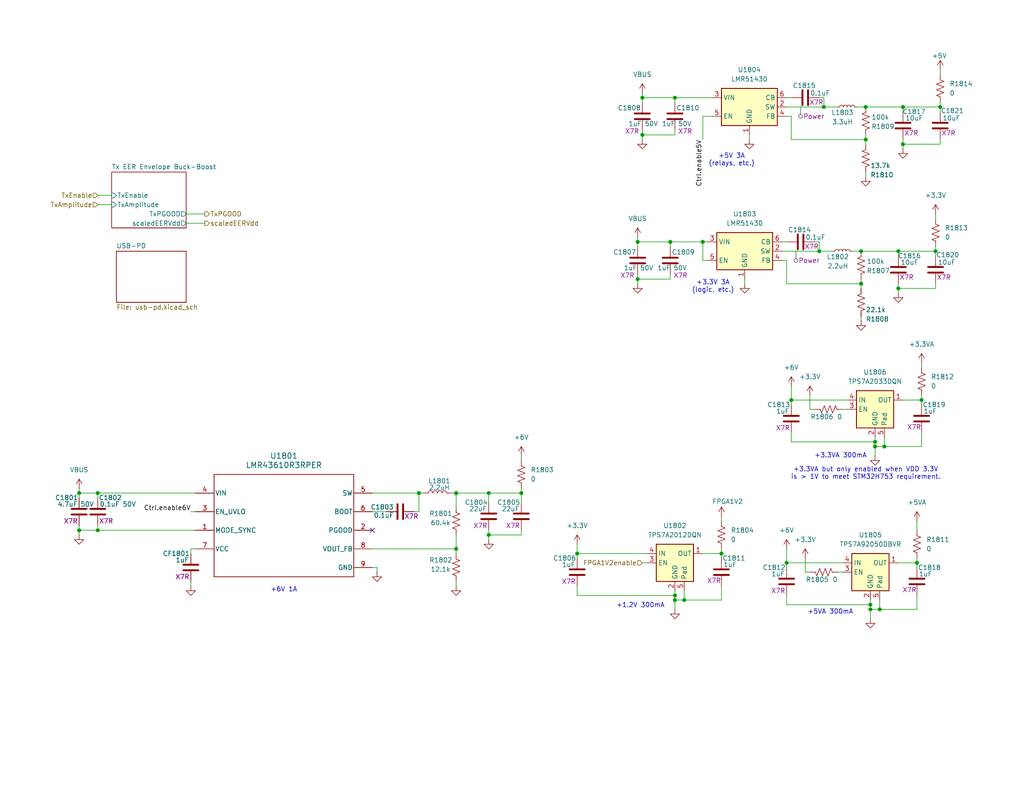
<source format=kicad_sch>
(kicad_sch (version 20250114) (generator "eeschema") (generator_version "9.0")
  (paper "USLetter")
  (title_block (title "Power Supplies") (company "WB7NAB") (comment 1 "Alan Mimms"))
  (lib_symbols
    (symbol "Device:C" (pin_numbers (hide yes)) (pin_names (offset 0.254))
      (property "Reference" "C" (at 0.635 2.54 0))
      (property "Value" "C" (at 0.635 -2.54 0))
      (symbol "C_0_1"
        (polyline (pts (xy -2.032 0.762) (xy 2.032 0.762)) (stroke (width 0.508)))
        (polyline (pts (xy -2.032 -0.762) (xy 2.032 -0.762)) (stroke (width 0.508)))
      )
      (symbol "C_1_1"
        (pin passive line (at 0 3.81 270) (length 2.794) (name "~") (number "1"))
        (pin passive line (at 0 -3.81 90) (length 2.794) (name "~") (number "2"))
      )
    )
    (symbol "Device:L" (pin_numbers (hide yes)) (pin_names (offset 1.016) (hide yes))
      (property "Reference" "L" (at -1.27 0 90))
      (property "Value" "L" (at 1.905 0 90))
      (symbol "L_0_1"
        (arc (start 0 2.54) (mid 0.6323 1.905) (end 0 1.27))
        (arc (start 0 1.27) (mid 0.6323 0.635) (end 0 0))
        (arc (start 0 0) (mid 0.6323 -0.635) (end 0 -1.27))
        (arc (start 0 -1.27) (mid 0.6323 -1.905) (end 0 -2.54))
      )
      (symbol "L_1_1"
        (pin passive line (at 0 3.81 270) (length 1.27) (name "1") (number "1"))
        (pin passive line (at 0 -3.81 90) (length 1.27) (name "2") (number "2"))
      )
    )
    (symbol "Device:L_Small" (pin_numbers (hide yes)) (pin_names (offset 0.254) (hide yes))
      (property "Reference" "L" (at 0.762 1.016 0))
      (property "Value" "L_Small" (at 0.762 -1.016 0))
      (symbol "L_Small_0_1"
        (arc (start 0 2.032) (mid 0.5058 1.524) (end 0 1.016))
        (arc (start 0 1.016) (mid 0.5058 0.508) (end 0 0))
        (arc (start 0 0) (mid 0.5058 -0.508) (end 0 -1.016))
        (arc (start 0 -1.016) (mid 0.5058 -1.524) (end 0 -2.032))
      )
      (symbol "L_Small_1_1"
        (pin passive line (at 0 2.54 270) (length 0.508) (name "~") (number "1"))
        (pin passive line (at 0 -2.54 90) (length 0.508) (name "~") (number "2"))
      )
    )
    (symbol "Device:R_US" (pin_numbers (hide yes)) (pin_names (offset 0))
      (property "Reference" "R" (at 2.54 0 90))
      (property "Value" "R_US" (at -2.54 0 90))
      (symbol "R_US_0_1"
        (polyline (pts (xy 0 2.286) (xy 0 2.54)))
        (polyline (pts (xy 0 2.286) (xy 1.016 1.905) (xy 0 1.524) (xy -1.016 1.143) (xy 0 0.762)))
        (polyline (pts (xy 0 0.762) (xy 1.016 0.381) (xy 0 0) (xy -1.016 -0.381) (xy 0 -0.762)))
        (polyline (pts (xy 0 -0.762) (xy 1.016 -1.143) (xy 0 -1.524) (xy -1.016 -1.905) (xy 0 -2.286)))
        (polyline (pts (xy 0 -2.286) (xy 0 -2.54)))
      )
      (symbol "R_US_1_1"
        (pin passive line (at 0 3.81 270) (length 1.27) (name "~") (number "1"))
        (pin passive line (at 0 -3.81 90) (length 1.27) (name "~") (number "2"))
      )
    )
    (symbol "LMR43620MB5RPER:LMR43620MB5RPER" (pin_names (offset 0.254))
      (property "Reference" "U" (at 0 2.54 0))
      (property "Value" "LMR43620MB5RPER" (at 0 0 0))
      (symbol "LMR43620MB5RPER_0_1"
        (polyline (pts (xy 5.08 5.08) (xy 5.08 -22.86)) (stroke (width 0.2032)))
        (polyline (pts (xy 5.08 -22.86) (xy 43.18 -22.86)) (stroke (width 0.2032)))
        (polyline (pts (xy 43.18 5.08) (xy 5.08 5.08)) (stroke (width 0.2032)))
        (polyline (pts (xy 43.18 -22.86) (xy 43.18 5.08)) (stroke (width 0.2032)))
        (pin power_in line (at 0 0 0) (length 5.08) (name "VIN") (number "4"))
        (pin input line (at 0 -5.08 0) (length 5.08) (name "EN_UVLO") (number "3"))
        (pin input line (at 0 -10.16 0) (length 5.08) (name "MODE_SYNC") (number "1"))
        (pin power_in line (at 0 -15.24 0) (length 5.08) (name "VCC") (number "7"))
        (pin unspecified line (at 48.26 0 180) (length 5.08) (name "SW") (number "5"))
        (pin unspecified line (at 48.26 -5.08 180) (length 5.08) (name "BOOT") (number "6"))
        (pin open_collector line (at 48.26 -10.16 180) (length 5.08) (name "PGOOD") (number "2"))
        (pin unspecified line (at 48.26 -15.24 180) (length 5.08) (name "VOUT_FB") (number "8"))
        (pin power_in line (at 48.26 -20.32 180) (length 5.08) (name "GND") (number "9"))
      )
    )
    (symbol "Regulator_Linear:TPS7A20xxxDQN"
      (property "Reference" "U" (at -3.81 6.35 0))
      (property "Value" "TPS7A20xxxDQN" (at 6.35 6.35 0))
      (symbol "TPS7A20xxxDQN_0_1"
        (rectangle (start -5.08 5.08) (end 5.08 -5.08) (stroke (width 0.254)) (fill (type background)))
        (pin power_in line (at -7.62 2.54 0) (length 2.54) (name "IN") (number "4"))
        (pin input line (at -7.62 0 0) (length 2.54) (name "EN") (number "3"))
        (pin power_in line (at 0 -7.62 90) (length 2.54) (name "GND") (number "2"))
        (pin power_out line (at 7.62 2.54 180) (length 2.54) (name "OUT") (number "1"))
      )
      (symbol "TPS7A20xxxDQN_1_1"
        (pin passive line (at 2.54 -7.62 90) (length 2.54) (name "Pad") (number "5"))
      )
    )
    (symbol "Regulator_Switching:LMR51430"
      (property "Reference" "U" (at -7.62 6.35 0))
      (property "Value" "LMR51430" (at 0 6.35 0))
      (symbol "LMR51430_0_1"
        (rectangle (start -7.62 5.08) (end 7.62 -5.08) (stroke (width 0.254)) (fill (type background)))
      )
      (symbol "LMR51430_1_1"
        (pin power_in line (at -10.16 2.54 0) (length 2.54) (name "VIN") (number "3"))
        (pin input line (at -10.16 -2.54 0) (length 2.54) (name "EN") (number "5"))
        (pin power_in line (at 0 -7.62 90) (length 2.54) (name "GND") (number "1"))
        (pin passive line (at 10.16 2.54 180) (length 2.54) (name "CB") (number "6"))
        (pin power_out line (at 10.16 0 180) (length 2.54) (name "SW") (number "2"))
        (pin input line (at 10.16 -2.54 180) (length 2.54) (name "FB") (number "4"))
      )
    )
    (symbol "power:+3.3V" (power) (pin_numbers (hide yes)) (pin_names (offset 0) (hide yes))
      (property "Value" "+3.3V" (at 0 3.556 0))
      (symbol "+3.3V_0_1"
        (polyline (pts (xy -0.762 1.27) (xy 0 2.54)))
        (polyline (pts (xy 0 2.54) (xy 0.762 1.27)))
        (polyline (pts (xy 0 0) (xy 0 2.54)))
      )
      (symbol "+3.3V_1_1"
        (pin power_in line (at 0 0 90) (length 0) (name "~") (number "1"))
      )
    )
    (symbol "power:+3.3VA" (power) (pin_numbers (hide yes)) (pin_names (offset 0) (hide yes))
      (property "Value" "+3.3VA" (at 0 3.556 0))
      (symbol "+3.3VA_0_1"
        (polyline (pts (xy -0.762 1.27) (xy 0 2.54)))
        (polyline (pts (xy 0 2.54) (xy 0.762 1.27)))
        (polyline (pts (xy 0 0) (xy 0 2.54)))
      )
      (symbol "+3.3VA_1_1"
        (pin power_in line (at 0 0 90) (length 0) (name "~") (number "1"))
      )
    )
    (symbol "power:GND" (power) (pin_numbers (hide yes)) (pin_names (offset 0) (hide yes))
      (property "Value" "GND" (at 0 -3.81 0))
      (symbol "GND_0_1"
        (polyline (pts (xy 0 0) (xy 0 -1.27) (xy 1.27 -1.27) (xy 0 -2.54) (xy -1.27 -1.27) (xy 0 -1.27)))
      )
      (symbol "GND_1_1"
        (pin power_in line (at 0 0 270) (length 0) (name "~") (number "1"))
      )
    )
    (symbol "power:VBUS" (power) (pin_numbers (hide yes)) (pin_names (offset 0) (hide yes))
      (property "Value" "VBUS" (at 0 3.556 0))
      (symbol "VBUS_0_1"
        (polyline (pts (xy -0.762 1.27) (xy 0 2.54)))
        (polyline (pts (xy 0 2.54) (xy 0.762 1.27)))
        (polyline (pts (xy 0 0) (xy 0 2.54)))
      )
      (symbol "VBUS_1_1"
        (pin power_in line (at 0 0 90) (length 0) (name "~") (number "1"))
      )
    )
  )
  (text "+1.2V 300mA" (at 174.752 165.354 0) (effects (font (size 1.27 1.27))))
  (text "+5V 3A\n(relays, etc.)" (at 199.644 43.688 0) (effects (font (size 1.27 1.27))))
  (text "+6V 1A" (at 77.47 161.036 0) (effects (font (size 1.27 1.27))))
  (text "+5VA 300mA" (at 226.568 167.132 0) (effects (font (size 1.27 1.27))))
  (text "+3.3VA but only enabled when VDD 3.3V\nis > 1V to meet STM32H753 requirement." (at 236.22 129.286 0) (effects (font (size 1.27 1.27))))
  (text "+3.3V 3A\n(logic, etc.)" (at 194.564 78.232 0) (effects (font (size 1.27 1.27))))
  (text "+3.3VA 300mA" (at 229.362 124.46 0) (effects (font (size 1.27 1.27))))
  (junction (at 255.27 68.58))
  (junction (at 246.38 29.21))
  (junction (at 182.88 66.04))
  (junction (at 173.99 76.2))
  (junction (at 215.9 109.22))
  (junction (at 175.26 26.67))
  (junction (at 191.77 66.04))
  (junction (at 173.99 66.04))
  (junction (at 26.67 134.62))
  (junction (at 142.24 134.62))
  (junction (at 223.52 68.58))
  (junction (at 124.46 149.86))
  (junction (at 237.49 165.1))
  (junction (at 133.35 134.62))
  (junction (at 246.38 39.37))
  (junction (at 224.79 29.21))
  (junction (at 237.49 166.37))
  (junction (at 157.48 151.13))
  (junction (at 241.3 121.92))
  (junction (at 240.03 166.37))
  (junction (at 245.11 68.58))
  (junction (at 21.59 144.78))
  (junction (at 250.19 153.67))
  (junction (at 251.46 109.22))
  (junction (at 245.11 78.74))
  (junction (at 133.35 146.05))
  (junction (at 21.59 134.62))
  (junction (at 238.76 120.65))
  (junction (at 124.46 134.62))
  (junction (at 214.63 153.67))
  (junction (at 186.69 163.83))
  (junction (at 234.95 68.58))
  (junction (at 196.85 151.13))
  (junction (at 184.15 26.67))
  (junction (at 184.15 162.56))
  (junction (at 236.22 38.1))
  (junction (at 26.67 144.78))
  (junction (at 114.3 134.62))
  (junction (at 236.22 29.21))
  (junction (at 234.95 77.47))
  (junction (at 184.15 163.83))
  (junction (at 238.76 121.92))
  (junction (at 175.26 36.83))
  (junction (at 256.54 29.21))
  (no_connect (at 101.6 144.78))
  (wire (pts (xy 182.88 76.2) (xy 173.99 76.2)))
  (wire (pts (xy 191.77 71.12) (xy 191.77 66.04)))
  (wire (pts (xy 21.59 135.89) (xy 21.59 134.62)))
  (wire (pts (xy 196.85 140.97) (xy 196.85 142.24)))
  (wire (pts (xy 251.46 109.22) (xy 251.46 110.49)))
  (wire (pts (xy 238.76 121.92) (xy 238.76 124.46)))
  (wire (pts (xy 240.03 163.83) (xy 240.03 166.37)))
  (wire (pts (xy 184.15 26.67) (xy 184.15 27.94)))
  (wire (pts (xy 184.15 163.83) (xy 184.15 166.37)))
  (wire (pts (xy 184.15 26.67) (xy 175.26 26.67)))
  (wire (pts (xy 175.26 153.67) (xy 176.53 153.67)))
  (wire (pts (xy 255.27 68.58) (xy 255.27 67.31)))
  (wire (pts (xy 237.49 166.37) (xy 237.49 168.91)))
  (wire (pts (xy 251.46 121.92) (xy 241.3 121.92)))
  (wire (pts (xy 157.48 148.59) (xy 157.48 151.13)))
  (wire (pts (xy 175.26 35.56) (xy 175.26 36.83)))
  (wire (pts (xy 255.27 59.69) (xy 255.27 58.42)))
  (wire (pts (xy 255.27 68.58) (xy 245.11 68.58)))
  (wire (pts (xy 220.98 107.95) (xy 220.98 111.76)))
  (wire (pts (xy 240.03 166.37) (xy 237.49 166.37)))
  (wire (pts (xy 232.41 68.58) (xy 234.95 68.58)))
  (wire (pts (xy 214.63 29.21) (xy 224.79 29.21)))
  (wire (pts (xy 246.38 109.22) (xy 251.46 109.22)))
  (wire (pts (xy 184.15 161.29) (xy 184.15 162.56)))
  (wire (pts (xy 173.99 74.93) (xy 173.99 76.2)))
  (wire (pts (xy 142.24 124.46) (xy 142.24 125.73)))
  (wire (pts (xy 256.54 19.05) (xy 256.54 20.32)))
  (wire (pts (xy 50.8 58.42) (xy 55.88 58.42)))
  (wire (pts (xy 182.88 74.93) (xy 182.88 76.2)))
  (wire (pts (xy 157.48 162.56) (xy 184.15 162.56)))
  (wire (pts (xy 26.67 135.89) (xy 26.67 134.62)))
  (wire (pts (xy 233.68 29.21) (xy 236.22 29.21)))
  (wire (pts (xy 224.79 26.67) (xy 224.79 29.21)))
  (wire (pts (xy 21.59 144.78) (xy 26.67 144.78)))
  (wire (pts (xy 191.77 66.04) (xy 193.04 66.04)))
  (wire (pts (xy 26.67 144.78) (xy 53.34 144.78)))
  (wire (pts (xy 256.54 38.1) (xy 256.54 39.37)))
  (wire (pts (xy 115.57 134.62) (xy 114.3 134.62)))
  (wire (pts (xy 50.8 60.96) (xy 55.88 60.96)))
  (wire (pts (xy 223.52 68.58) (xy 227.33 68.58)))
  (wire (pts (xy 215.9 110.49) (xy 215.9 109.22)))
  (wire (pts (xy 256.54 29.21) (xy 256.54 27.94)))
  (wire (pts (xy 250.19 153.67) (xy 250.19 154.94)))
  (wire (pts (xy 234.95 76.2) (xy 234.95 77.47)))
  (wire (pts (xy 124.46 134.62) (xy 123.19 134.62)))
  (wire (pts (xy 26.67 143.51) (xy 26.67 144.78)))
  (wire (pts (xy 236.22 36.83) (xy 236.22 38.1)))
  (wire (pts (xy 246.38 38.1) (xy 246.38 39.37)))
  (wire (pts (xy 191.77 71.12) (xy 193.04 71.12)))
  (wire (pts (xy 214.63 154.94) (xy 214.63 153.67)))
  (wire (pts (xy 133.35 134.62) (xy 124.46 134.62)))
  (wire (pts (xy 182.88 66.04) (xy 173.99 66.04)))
  (wire (pts (xy 236.22 29.21) (xy 246.38 29.21)))
  (wire (pts (xy 245.11 68.58) (xy 245.11 69.85)))
  (wire (pts (xy 142.24 134.62) (xy 133.35 134.62)))
  (wire (pts (xy 133.35 146.05) (xy 142.24 146.05)))
  (wire (pts (xy 215.9 109.22) (xy 231.14 109.22)))
  (wire (pts (xy 256.54 30.48) (xy 256.54 29.21)))
  (wire (pts (xy 251.46 107.95) (xy 251.46 109.22)))
  (wire (pts (xy 196.85 163.83) (xy 186.69 163.83)))
  (wire (pts (xy 133.35 146.05) (xy 133.35 147.32)))
  (wire (pts (xy 215.9 105.41) (xy 215.9 109.22)))
  (wire (pts (xy 241.3 121.92) (xy 238.76 121.92)))
  (wire (pts (xy 236.22 46.99) (xy 236.22 48.26)))
  (wire (pts (xy 245.11 153.67) (xy 250.19 153.67)))
  (wire (pts (xy 241.3 119.38) (xy 241.3 121.92)))
  (wire (pts (xy 214.63 26.67) (xy 215.9 26.67)))
  (wire (pts (xy 245.11 77.47) (xy 245.11 78.74)))
  (wire (pts (xy 186.69 161.29) (xy 186.69 163.83)))
  (wire (pts (xy 238.76 120.65) (xy 238.76 121.92)))
  (wire (pts (xy 214.63 71.12) (xy 214.63 77.47)))
  (wire (pts (xy 173.99 67.31) (xy 173.99 66.04)))
  (wire (pts (xy 114.3 139.7) (xy 114.3 134.62)))
  (wire (pts (xy 124.46 149.86) (xy 124.46 146.05)))
  (wire (pts (xy 214.63 165.1) (xy 237.49 165.1)))
  (wire (pts (xy 234.95 77.47) (xy 234.95 78.74)))
  (wire (pts (xy 238.76 119.38) (xy 238.76 120.65)))
  (wire (pts (xy 26.67 53.34) (xy 30.48 53.34)))
  (wire (pts (xy 229.87 111.76) (xy 231.14 111.76)))
  (wire (pts (xy 215.9 31.75) (xy 214.63 31.75)))
  (wire (pts (xy 175.26 27.94) (xy 175.26 26.67)))
  (wire (pts (xy 52.07 151.13) (xy 52.07 149.86)))
  (wire (pts (xy 21.59 143.51) (xy 21.59 144.78)))
  (wire (pts (xy 124.46 158.75) (xy 124.46 160.02)))
  (wire (pts (xy 191.77 38.1) (xy 191.77 31.75)))
  (wire (pts (xy 255.27 69.85) (xy 255.27 68.58)))
  (wire (pts (xy 142.24 137.16) (xy 142.24 134.62)))
  (wire (pts (xy 196.85 151.13) (xy 196.85 152.4)))
  (wire (pts (xy 246.38 39.37) (xy 246.38 40.64)))
  (wire (pts (xy 224.79 29.21) (xy 228.6 29.21)))
  (wire (pts (xy 196.85 160.02) (xy 196.85 163.83)))
  (wire (pts (xy 236.22 38.1) (xy 236.22 39.37)))
  (wire (pts (xy 251.46 99.06) (xy 251.46 100.33)))
  (wire (pts (xy 102.87 154.94) (xy 101.6 154.94)))
  (wire (pts (xy 214.63 153.67) (xy 229.87 153.67)))
  (wire (pts (xy 250.19 166.37) (xy 240.03 166.37)))
  (wire (pts (xy 191.77 66.04) (xy 182.88 66.04)))
  (wire (pts (xy 223.52 66.04) (xy 223.52 68.58)))
  (wire (pts (xy 250.19 162.56) (xy 250.19 166.37)))
  (wire (pts (xy 101.6 149.86) (xy 124.46 149.86)))
  (wire (pts (xy 142.24 144.78) (xy 142.24 146.05)))
  (wire (pts (xy 114.3 139.7) (xy 113.03 139.7)))
  (wire (pts (xy 186.69 163.83) (xy 184.15 163.83)))
  (wire (pts (xy 214.63 71.12) (xy 213.36 71.12)))
  (wire (pts (xy 124.46 134.62) (xy 124.46 138.43)))
  (wire (pts (xy 175.26 36.83) (xy 175.26 38.1)))
  (wire (pts (xy 184.15 162.56) (xy 184.15 163.83)))
  (wire (pts (xy 157.48 162.56) (xy 157.48 160.02)))
  (wire (pts (xy 21.59 134.62) (xy 26.67 134.62)))
  (wire (pts (xy 204.47 36.83) (xy 204.47 38.1)))
  (wire (pts (xy 173.99 76.2) (xy 173.99 77.47)))
  (wire (pts (xy 175.26 25.4) (xy 175.26 26.67)))
  (wire (pts (xy 133.35 144.78) (xy 133.35 146.05)))
  (wire (pts (xy 124.46 149.86) (xy 124.46 151.13)))
  (wire (pts (xy 237.49 163.83) (xy 237.49 165.1)))
  (wire (pts (xy 215.9 31.75) (xy 215.9 38.1)))
  (wire (pts (xy 133.35 134.62) (xy 133.35 137.16)))
  (wire (pts (xy 234.95 68.58) (xy 245.11 68.58)))
  (wire (pts (xy 228.6 156.21) (xy 229.87 156.21)))
  (wire (pts (xy 255.27 77.47) (xy 255.27 78.74)))
  (wire (pts (xy 191.77 151.13) (xy 196.85 151.13)))
  (wire (pts (xy 219.71 152.4) (xy 219.71 156.21)))
  (wire (pts (xy 203.2 76.2) (xy 203.2 77.47)))
  (wire (pts (xy 215.9 38.1) (xy 236.22 38.1)))
  (wire (pts (xy 184.15 36.83) (xy 175.26 36.83)))
  (wire (pts (xy 237.49 165.1) (xy 237.49 166.37)))
  (wire (pts (xy 52.07 139.7) (xy 53.34 139.7)))
  (wire (pts (xy 234.95 86.36) (xy 234.95 87.63)))
  (wire (pts (xy 182.88 66.04) (xy 182.88 67.31)))
  (wire (pts (xy 214.63 77.47) (xy 234.95 77.47)))
  (wire (pts (xy 223.52 66.04) (xy 222.25 66.04)))
  (wire (pts (xy 191.77 31.75) (xy 194.31 31.75)))
  (wire (pts (xy 52.07 158.75) (xy 52.07 160.02)))
  (wire (pts (xy 214.63 165.1) (xy 214.63 162.56)))
  (wire (pts (xy 26.67 55.88) (xy 30.48 55.88)))
  (wire (pts (xy 250.19 152.4) (xy 250.19 153.67)))
  (wire (pts (xy 21.59 133.35) (xy 21.59 134.62)))
  (wire (pts (xy 173.99 64.77) (xy 173.99 66.04)))
  (wire (pts (xy 184.15 35.56) (xy 184.15 36.83)))
  (wire (pts (xy 220.98 156.21) (xy 219.71 156.21)))
  (wire (pts (xy 52.07 149.86) (xy 53.34 149.86)))
  (wire (pts (xy 102.87 156.21) (xy 102.87 154.94)))
  (wire (pts (xy 245.11 78.74) (xy 245.11 80.01)))
  (wire (pts (xy 251.46 118.11) (xy 251.46 121.92)))
  (wire (pts (xy 101.6 134.62) (xy 114.3 134.62)))
  (wire (pts (xy 213.36 68.58) (xy 223.52 68.58)))
  (wire (pts (xy 196.85 149.86) (xy 196.85 151.13)))
  (wire (pts (xy 26.67 134.62) (xy 53.34 134.62)))
  (wire (pts (xy 215.9 120.65) (xy 215.9 118.11)))
  (wire (pts (xy 101.6 139.7) (xy 105.41 139.7)))
  (wire (pts (xy 214.63 149.86) (xy 214.63 153.67)))
  (wire (pts (xy 256.54 39.37) (xy 246.38 39.37)))
  (wire (pts (xy 21.59 144.78) (xy 21.59 146.05)))
  (wire (pts (xy 157.48 151.13) (xy 157.48 152.4)))
  (wire (pts (xy 157.48 151.13) (xy 176.53 151.13)))
  (wire (pts (xy 224.79 26.67) (xy 223.52 26.67)))
  (wire (pts (xy 222.25 111.76) (xy 220.98 111.76)))
  (wire (pts (xy 213.36 66.04) (xy 214.63 66.04)))
  (wire (pts (xy 142.24 133.35) (xy 142.24 134.62)))
  (wire (pts (xy 215.9 120.65) (xy 238.76 120.65)))
  (wire (pts (xy 256.54 29.21) (xy 246.38 29.21)))
  (wire (pts (xy 250.19 142.24) (xy 250.19 144.78)))
  (wire (pts (xy 246.38 29.21) (xy 246.38 30.48)))
  (wire (pts (xy 184.15 26.67) (xy 194.31 26.67)))
  (wire (pts (xy 255.27 78.74) (xy 245.11 78.74)))
  (label "Ctrl.enable6V" (at 52.07 139.7 180))
  (label "Ctrl.enable5V" (at 191.77 38.1 270))
  (hierarchical_label "scaledEERVdd" (shape output) (at 55.88 60.96 0))
  (hierarchical_label "TxEnable" (shape input) (at 26.67 53.34 180))
  (hierarchical_label "TxPGOOD" (shape output) (at 55.88 58.42 0))
  (hierarchical_label "FPGA1V2enable" (shape input) (at 175.26 153.67 180))
  (hierarchical_label "TxAmplitude" (shape input) (at 26.67 55.88 180))
  (netclass_flag "" (length 2.54) (shape round) (at 217.17 68.58 180) (property "Netclass" "Power" (at 217.8685 71.12 0) (effects (justify left))))
  (netclass_flag "" (length 2.54) (shape round) (at 218.44 29.21 180) (property "Netclass" "Power" (at 219.1385 31.75 0) (effects (justify left))))
  (symbol (lib_id "Device:R_US") (at 256.54 24.13 0) (unit 1)
    (property "Reference" "R1814" (at 259.08 22.8599 0) (effects (justify left)))
    (property "Value" "0" (at 259.08 25.3999 0) (effects (justify left)))
    (property "Footprint" "Resistor_SMD:R_1206_3216Metric" (effects (hide yes)))
    (property "Description" "Resistor, US symbol" (effects (hide yes)))
  )
  (symbol (lib_id "Device:L") (at 119.38 134.62 90) (unit 1)
    (property "Reference" "L1801" (at 119.888 131.318 90))
    (property "Value" "2.2uH" (at 119.888 133.096 90))
    (property "Footprint" "Library:IND_XGL4030_COC" (effects (hide yes)))
    (property "Description" "Inductor" (effects (hide yes)))
    (property "MANUFACTURER" "Coilcraft" (effects (hide yes)))
    (property "MF" "Coilcraft" (effects (hide yes)))
    (property "MP" "XGL4030-222MEC" (effects (hide yes)))
  )
  (symbol (lib_id "power:+3.3V") (at 220.98 107.95 0) (unit 1)
    (property "Reference" "#PWR01820" (effects (hide yes)))
    (property "Value" "+3.3V" (at 220.98 102.87 0))
    (property "Description" "Power symbol creates a global label with name \"+3.3V\"" (effects (hide yes)))
  )
  (symbol (lib_id "power:+3.3V") (at 214.63 149.86 0) (unit 1)
    (property "Reference" "#PWR01817" (effects (hide yes)))
    (property "Value" "+6V" (at 214.63 144.78 0))
    (property "Description" "Power symbol creates a global label with name \"+6V\"" (effects (hide yes)))
  )
  (symbol (lib_id "Device:C") (at 109.22 139.7 90) (mirror x) (unit 1)
    (property "Reference" "C1803" (at 107.442 138.43 90) (effects (justify left)))
    (property "Value" "0.1uF" (at 107.442 140.716 90) (effects (justify left)))
    (property "Footprint" "Capacitor_SMD:C_0805_2012Metric" (effects (hide yes)))
    (property "Description" "Unpolarized capacitor" (effects (hide yes)))
    (property "cap-type" "X7R" (at 112.268 140.97 90))
  )
  (symbol (lib_id "power:+3.3V") (at 255.27 58.42 0) (unit 1)
    (property "Reference" "#PWR01829" (effects (hide yes)))
    (property "Value" "+3.3V" (at 255.27 53.34 0))
    (property "Description" "Power symbol creates a global label with name \"+3.3V\"" (effects (hide yes)))
  )
  (symbol (lib_id "power:GND") (at 203.2 77.47 0) (mirror y) (unit 1)
    (property "Reference" "#PWR01815" (effects (hide yes)))
    (property "Value" "GND" (effects (hide yes)))
    (property "Description" "Power symbol creates a global label with name \"GND\" , ground" (effects (hide yes)))
  )
  (symbol (lib_id "Device:C") (at 175.26 31.75 0) (unit 1)
    (property "Reference" "C1808" (at 171.704 29.464 0))
    (property "Value" "1uF 50V" (at 175.514 33.782 0))
    (property "Footprint" "Capacitor_SMD:C_0805_2012Metric" (effects (hide yes)))
    (property "Description" "Unpolarized capacitor" (effects (hide yes)))
    (property "cap-type" "X7R" (at 172.466 35.814 0))
  )
  (symbol (lib_id "Device:C") (at 246.38 34.29 0) (unit 1)
    (property "Reference" "C1817" (at 249.428 30.48 0))
    (property "Value" "10uF" (at 249.428 32.258 0))
    (property "Footprint" "Capacitor_SMD:C_0805_2012Metric" (effects (hide yes)))
    (property "Description" "Unpolarized capacitor" (effects (hide yes)))
    (property "cap-type" "X7R" (at 248.666 36.322 0))
  )
  (symbol (lib_id "Device:L_Small") (at 229.87 68.58 90) (unit 1)
    (property "Reference" "L1802" (at 228.6 70.104 90))
    (property "Value" "2.2uH" (at 228.6 72.644 90))
    (property "Footprint" "Inductor_SMD:L_0805_2012Metric" (effects (hide yes)))
    (property "Description" "Inductor, small symbol" (effects (hide yes)))
  )
  (symbol (lib_id "power:+3.3VA") (at 256.54 19.05 0) (unit 1)
    (property "Reference" "#PWR01830" (effects (hide yes)))
    (property "Value" "+5V" (at 256.286 15.24 0))
    (property "Description" "Power symbol creates a global label with name \"+5V\"" (effects (hide yes)))
  )
  (symbol (lib_id "power:GND") (at 246.38 40.64 0) (mirror y) (unit 1)
    (property "Reference" "#PWR01826" (effects (hide yes)))
    (property "Value" "GND" (effects (hide yes)))
    (property "Description" "Power symbol creates a global label with name \"GND\" , ground" (effects (hide yes)))
  )
  (symbol (lib_id "Regulator_Switching:LMR51430") (at 203.2 68.58 0) (unit 1)
    (property "Reference" "U1803" (at 203.2 58.42 0))
    (property "Value" "LMR51430" (at 203.2 60.96 0))
    (property "Footprint" "Package_TO_SOT_SMD:SOT-23-6" (effects (hide yes)))
    (property "Datasheet" "https://www.ti.com/lit/ds/symlink/lmr51430.pdf" (effects (hide yes)))
    (property "Description" "4.5-V to 36-V, 3-A synchronous buck converter with 40-µA IQ, SOT-23-6" (effects (hide yes)))
  )
  (symbol (lib_id "power:GND") (at 184.15 166.37 0) (unit 1)
    (property "Reference" "#PWR01813" (effects (hide yes)))
    (property "Value" "GND" (effects (hide yes)))
    (property "Description" "Power symbol creates a global label with name \"GND\" , ground" (effects (hide yes)))
  )
  (symbol (lib_id "Device:R_US") (at 250.19 148.59 0) (unit 1)
    (property "Reference" "R1811" (at 252.73 147.3199 0) (effects (justify left)))
    (property "Value" "0" (at 252.73 149.8599 0) (effects (justify left)))
    (property "Footprint" "Resistor_SMD:R_1206_3216Metric" (effects (hide yes)))
    (property "Description" "Resistor, US symbol" (effects (hide yes)))
  )
  (symbol (lib_id "Regulator_Linear:TPS7A20xxxDQN") (at 237.49 156.21 0) (unit 1)
    (property "Reference" "U1805" (at 237.49 146.05 0))
    (property "Value" "TPS7A92050DBVR" (at 237.49 148.59 0))
    (property "Footprint" "Package_SON:Texas_X2SON-4_1x1mm_P0.65mm" (effects (hide yes)))
    (property "Datasheet" "https://www.ti.com/lit/ds/symlink/tps7a20.pdf" (effects (hide yes)))
    (property "Description" "300 mA Low Dropout Voltage Regulator, Fixed Output, 1.6..6.0Vin, Low-Noise (7μV RMS), 6.5μA IQ LDO, X2SON-5" (effects (hide yes)))
  )
  (symbol (lib_id "Device:C") (at 142.24 140.97 0) (mirror y) (unit 1)
    (property "Reference" "C1805" (at 141.986 137.16 0) (effects (justify left)))
    (property "Value" "22uF" (at 141.732 138.938 0) (effects (justify left)))
    (property "Footprint" "Capacitor_SMD:C_0805_2012Metric" (effects (hide yes)))
    (property "Description" "Unpolarized capacitor" (effects (hide yes)))
    (property "cap-type" "X7R" (at 139.954 143.51 0))
  )
  (symbol (lib_id "power:GND") (at 204.47 38.1 0) (mirror y) (unit 1)
    (property "Reference" "#PWR01816" (effects (hide yes)))
    (property "Value" "GND" (effects (hide yes)))
    (property "Description" "Power symbol creates a global label with name \"GND\" , ground" (effects (hide yes)))
  )
  (symbol (lib_id "Device:C") (at 245.11 73.66 0) (unit 1)
    (property "Reference" "C1816" (at 248.158 69.85 0))
    (property "Value" "10uF" (at 248.158 71.628 0))
    (property "Footprint" "Capacitor_SMD:C_0805_2012Metric" (effects (hide yes)))
    (property "Description" "Unpolarized capacitor" (effects (hide yes)))
    (property "cap-type" "X7R" (at 247.396 75.692 0))
  )
  (symbol (lib_id "Device:C") (at 214.63 158.75 0) (mirror y) (unit 1)
    (property "Reference" "C1812" (at 214.376 154.94 0) (effects (justify left)))
    (property "Value" "1uF" (at 214.122 156.718 0) (effects (justify left)))
    (property "Footprint" "Capacitor_SMD:C_0805_2012Metric" (effects (hide yes)))
    (property "Description" "Unpolarized capacitor" (effects (hide yes)))
    (property "cap-type" "X7R" (at 212.344 161.29 0))
  )
  (symbol (lib_id "power:VBUS") (at 21.59 133.35 0) (unit 1)
    (property "Reference" "#PWR01801" (effects (hide yes)))
    (property "Value" "VBUS" (at 21.59 128.27 0))
    (property "Description" "Power symbol creates a global label with name \"VBUS\"" (effects (hide yes)))
  )
  (symbol (lib_id "power:GND") (at 133.35 147.32 0) (unit 1)
    (property "Reference" "#PWR01806" (effects (hide yes)))
    (property "Value" "GND" (effects (hide yes)))
    (property "Description" "Power symbol creates a global label with name \"GND\" , ground" (effects (hide yes)))
  )
  (symbol (lib_id "power:+3.3VA") (at 250.19 142.24 0) (unit 1)
    (property "Reference" "#PWR01827" (effects (hide yes)))
    (property "Value" "+5VA" (at 250.19 137.16 0))
    (property "Description" "Power symbol creates a global label with name \"+5VA\"" (effects (hide yes)))
  )
  (symbol (lib_id "LMR43620MB5RPER:LMR43620MB5RPER") (at 53.34 134.62 0) (unit 1)
    (property "Reference" "U1801" (at 77.47 124.46 0) (effects (font (size 1.524 1.524))))
    (property "Value" "LMR43610R3RPER" (at 77.47 127 0) (effects (font (size 1.524 1.524))))
    (property "Footprint" "symbols:RPE0009A-MFG" (effects (hide yes)))
    (property "Datasheet" "https://www.ti.com/lit/gpn/lmr43610" (effects (hide yes)))
  )
  (symbol (lib_id "Device:C") (at 26.67 139.7 0) (unit 1)
    (property "Reference" "C1802" (at 26.924 135.89 0) (effects (justify left)))
    (property "Value" "0.1uF 50V" (at 27.178 137.668 0) (effects (justify left)))
    (property "Footprint" "Capacitor_SMD:C_0805_2012Metric" (effects (hide yes)))
    (property "Description" "Unpolarized capacitor" (effects (hide yes)))
    (property "cap-type" "X7R" (at 28.956 142.24 0))
  )
  (symbol (lib_id "power:VBUS") (at 196.85 140.97 0) (unit 1)
    (property "Reference" "#PWR01814" (effects (hide yes)))
    (property "Value" "FPGA1V2" (at 194.31 136.906 0) (effects (justify left)))
    (property "Description" "Power symbol creates a global label with name \"VBUS\"" (effects (hide yes)))
  )
  (symbol (lib_id "power:VBUS") (at 173.99 64.77 0) (unit 1)
    (property "Reference" "#PWR01809" (effects (hide yes)))
    (property "Value" "VBUS" (at 173.99 59.69 0))
    (property "Description" "Power symbol creates a global label with name \"VBUS\"" (effects (hide yes)))
  )
  (symbol (lib_id "Device:C") (at 218.44 66.04 90) (mirror x) (unit 1)
    (property "Reference" "C1814" (at 218.186 62.738 90))
    (property "Value" "0.1uF" (at 222.504 64.77 90))
    (property "Footprint" "Capacitor_SMD:C_0805_2012Metric" (effects (hide yes)))
    (property "Description" "Unpolarized capacitor" (effects (hide yes)))
    (property "cap-type" "X7R" (at 221.488 67.31 90))
  )
  (symbol (lib_id "power:GND") (at 237.49 168.91 0) (unit 1)
    (property "Reference" "#PWR01823" (effects (hide yes)))
    (property "Value" "GND" (effects (hide yes)))
    (property "Description" "Power symbol creates a global label with name \"GND\" , ground" (effects (hide yes)))
  )
  (symbol (lib_id "Device:R_US") (at 236.22 33.02 0) (mirror x) (unit 1)
    (property "Reference" "R1809" (at 237.744 34.544 0) (effects (justify left)))
    (property "Value" "100k" (at 237.744 32.004 0) (effects (justify left)))
    (property "Footprint" "Resistor_SMD:R_0603_1608Metric" (effects (hide yes)))
    (property "Description" "Resistor, US symbol" (effects (hide yes)))
  )
  (symbol (lib_id "Device:R_US") (at 234.95 82.55 0) (mirror x) (unit 1)
    (property "Reference" "R1808" (at 236.22 87.122 0) (effects (justify left)))
    (property "Value" "22.1k" (at 236.22 84.582 0) (effects (justify left)))
    (property "Footprint" "Resistor_SMD:R_0603_1608Metric" (effects (hide yes)))
    (property "Description" "Resistor, US symbol" (effects (hide yes)))
  )
  (symbol (lib_id "Device:C") (at 173.99 71.12 0) (unit 1)
    (property "Reference" "C1807" (at 170.434 68.834 0))
    (property "Value" "1uF 50V" (at 174.244 73.152 0))
    (property "Footprint" "Capacitor_SMD:C_0805_2012Metric" (effects (hide yes)))
    (property "Description" "Unpolarized capacitor" (effects (hide yes)))
    (property "cap-type" "X7R" (at 171.196 75.184 0))
  )
  (symbol (lib_id "Device:R_US") (at 124.46 154.94 180) (unit 1)
    (property "Reference" "R1802" (at 123.444 152.908 0) (effects (justify left)))
    (property "Value" "12.1k" (at 122.936 155.448 0) (effects (justify left)))
    (property "Footprint" "Resistor_SMD:R_0603_1608Metric" (effects (hide yes)))
    (property "Description" "Resistor, US symbol" (effects (hide yes)))
  )
  (symbol (lib_id "Device:C") (at 21.59 139.7 0) (mirror y) (unit 1)
    (property "Reference" "C1801" (at 21.336 135.89 0) (effects (justify left)))
    (property "Value" "4.7uF 50V" (at 25.654 137.668 0) (effects (justify left)))
    (property "Footprint" "Capacitor_SMD:C_0805_2012Metric" (effects (hide yes)))
    (property "Description" "Unpolarized capacitor" (effects (hide yes)))
    (property "cap-type" "X7R" (at 19.304 142.24 0))
  )
  (symbol (lib_id "Device:C") (at 215.9 114.3 0) (mirror y) (unit 1)
    (property "Reference" "C1813" (at 215.646 110.49 0) (effects (justify left)))
    (property "Value" "1uF" (at 215.392 112.268 0) (effects (justify left)))
    (property "Footprint" "Capacitor_SMD:C_0805_2012Metric" (effects (hide yes)))
    (property "Description" "Unpolarized capacitor" (effects (hide yes)))
    (property "cap-type" "X7R" (at 213.614 116.84 0))
  )
  (symbol (lib_id "Device:C") (at 256.54 34.29 0) (unit 1)
    (property "Reference" "C1821" (at 259.842 30.226 0))
    (property "Value" "10uF" (at 259.588 32.258 0))
    (property "Footprint" "Capacitor_SMD:C_0805_2012Metric" (effects (hide yes)))
    (property "Description" "Unpolarized capacitor" (effects (hide yes)))
    (property "cap-type" "X7R" (at 258.826 36.322 0))
  )
  (symbol (lib_id "power:+3.3V") (at 215.9 105.41 0) (unit 1)
    (property "Reference" "#PWR01818" (effects (hide yes)))
    (property "Value" "+6V" (at 215.9 100.33 0))
    (property "Description" "Power symbol creates a global label with name \"+6V\"" (effects (hide yes)))
  )
  (symbol (lib_id "Device:C") (at 255.27 73.66 0) (unit 1)
    (property "Reference" "C1820" (at 258.572 69.596 0))
    (property "Value" "10uF" (at 258.318 71.628 0))
    (property "Footprint" "Capacitor_SMD:C_0805_2012Metric" (effects (hide yes)))
    (property "Description" "Unpolarized capacitor" (effects (hide yes)))
    (property "cap-type" "X7R" (at 257.556 75.692 0))
  )
  (symbol (lib_id "power:GND") (at 173.99 77.47 0) (mirror y) (unit 1)
    (property "Reference" "#PWR01810" (effects (hide yes)))
    (property "Value" "GND" (effects (hide yes)))
    (property "Description" "Power symbol creates a global label with name \"GND\" , ground" (effects (hide yes)))
  )
  (symbol (lib_id "Device:C") (at 250.19 158.75 0) (unit 1)
    (property "Reference" "C1818" (at 250.444 154.94 0) (effects (justify left)))
    (property "Value" "1uF" (at 250.698 156.718 0) (effects (justify left)))
    (property "Footprint" "Capacitor_SMD:C_0805_2012Metric" (effects (hide yes)))
    (property "Description" "Unpolarized capacitor" (effects (hide yes)))
    (property "cap-type" "X7R" (at 248.158 161.036 0))
  )
  (symbol (lib_id "power:+3.3VA") (at 251.46 99.06 0) (unit 1)
    (property "Reference" "#PWR01828" (effects (hide yes)))
    (property "Value" "+3.3VA" (at 251.46 93.98 0))
    (property "Description" "Power symbol creates a global label with name \"+3.3VA\"" (effects (hide yes)))
  )
  (symbol (lib_id "Device:L_Small") (at 231.14 29.21 90) (unit 1)
    (property "Reference" "L1803" (at 229.87 30.734 90))
    (property "Value" "3.3uH" (at 229.87 33.274 90))
    (property "Footprint" "Inductor_SMD:L_0805_2012Metric" (effects (hide yes)))
    (property "Description" "Inductor, small symbol" (effects (hide yes)))
  )
  (symbol (lib_id "power:GND") (at 175.26 38.1 0) (mirror y) (unit 1)
    (property "Reference" "#PWR01812" (effects (hide yes)))
    (property "Value" "GND" (effects (hide yes)))
    (property "Description" "Power symbol creates a global label with name \"GND\" , ground" (effects (hide yes)))
  )
  (symbol (lib_id "power:GND") (at 234.95 87.63 0) (mirror y) (unit 1)
    (property "Reference" "#PWR01821" (effects (hide yes)))
    (property "Value" "GND" (effects (hide yes)))
    (property "Description" "Power symbol creates a global label with name \"GND\" , ground" (effects (hide yes)))
  )
  (symbol (lib_id "power:GND") (at 102.87 156.21 0) (unit 1)
    (property "Reference" "#PWR01804" (effects (hide yes)))
    (property "Value" "GND" (effects (hide yes)))
    (property "Description" "Power symbol creates a global label with name \"GND\" , ground" (effects (hide yes)))
  )
  (symbol (lib_id "power:GND") (at 124.46 160.02 0) (unit 1)
    (property "Reference" "#PWR01805" (effects (hide yes)))
    (property "Value" "GND" (effects (hide yes)))
    (property "Description" "Power symbol creates a global label with name \"GND\" , ground" (effects (hide yes)))
  )
  (symbol (lib_id "Device:C") (at 251.46 114.3 0) (unit 1)
    (property "Reference" "C1819" (at 251.714 110.49 0) (effects (justify left)))
    (property "Value" "1uF" (at 251.968 112.268 0) (effects (justify left)))
    (property "Footprint" "Capacitor_SMD:C_0805_2012Metric" (effects (hide yes)))
    (property "Description" "Unpolarized capacitor" (effects (hide yes)))
    (property "cap-type" "X7R" (at 249.428 116.586 0))
  )
  (symbol (lib_id "Device:R_US") (at 234.95 72.39 0) (mirror x) (unit 1)
    (property "Reference" "R1807" (at 236.474 73.914 0) (effects (justify left)))
    (property "Value" "100k" (at 236.474 71.374 0) (effects (justify left)))
    (property "Footprint" "Resistor_SMD:R_0603_1608Metric" (effects (hide yes)))
    (property "Description" "Resistor, US symbol" (effects (hide yes)))
  )
  (symbol (lib_id "Device:R_US") (at 142.24 129.54 0) (unit 1)
    (property "Reference" "R1803" (at 144.78 128.2699 0) (effects (justify left)))
    (property "Value" "0" (at 144.78 130.8099 0) (effects (justify left)))
    (property "Footprint" "Resistor_SMD:R_1206_3216Metric" (effects (hide yes)))
    (property "Description" "Resistor, US symbol" (effects (hide yes)))
  )
  (symbol (lib_id "Regulator_Linear:TPS7A20xxxDQN") (at 184.15 153.67 0) (unit 1)
    (property "Reference" "U1802" (at 184.15 143.51 0))
    (property "Value" "TPS7A2012DQN" (at 184.15 146.05 0))
    (property "Footprint" "Package_SON:Texas_X2SON-4_1x1mm_P0.65mm" (effects (hide yes)))
    (property "Datasheet" "https://www.ti.com/lit/ds/symlink/tps7a20.pdf" (effects (hide yes)))
    (property "Description" "300 mA Low Dropout Voltage Regulator, Fixed Output, 1.6..6.0Vin, Low-Noise (7μV RMS), 6.5μA IQ LDO, X2SON-5" (effects (hide yes)))
  )
  (symbol (lib_id "power:+3.3V") (at 219.71 152.4 0) (unit 1)
    (property "Reference" "#PWR01819" (effects (hide yes)))
    (property "Value" "+3.3V" (at 219.71 147.32 0))
    (property "Description" "Power symbol creates a global label with name \"+3.3V\"" (effects (hide yes)))
  )
  (symbol (lib_id "Regulator_Linear:TPS7A20xxxDQN") (at 238.76 111.76 0) (unit 1)
    (property "Reference" "U1806" (at 238.76 101.6 0))
    (property "Value" "TPS7A2033DQN" (at 238.76 104.14 0))
    (property "Footprint" "Package_SON:Texas_X2SON-4_1x1mm_P0.65mm" (effects (hide yes)))
    (property "Datasheet" "https://www.ti.com/lit/ds/symlink/tps7a20.pdf" (effects (hide yes)))
    (property "Description" "300 mA Low Dropout Voltage Regulator, Fixed Output, 1.6..6.0Vin, Low-Noise (7μV RMS), 6.5μA IQ LDO, X2SON-5" (effects (hide yes)))
  )
  (symbol (lib_id "Device:C") (at 182.88 71.12 0) (mirror y) (unit 1)
    (property "Reference" "C1809" (at 186.436 68.834 0))
    (property "Value" "1uF 50V" (at 183.388 73.152 0))
    (property "Footprint" "Capacitor_SMD:C_0805_2012Metric" (effects (hide yes)))
    (property "Description" "Unpolarized capacitor" (effects (hide yes)))
    (property "cap-type" "X7R" (at 185.674 75.184 0))
  )
  (symbol (lib_id "power:GND") (at 236.22 48.26 0) (mirror y) (unit 1)
    (property "Reference" "#PWR01822" (effects (hide yes)))
    (property "Value" "GND" (effects (hide yes)))
    (property "Description" "Power symbol creates a global label with name \"GND\" , ground" (effects (hide yes)))
  )
  (symbol (lib_id "Device:R_US") (at 255.27 63.5 0) (unit 1)
    (property "Reference" "R1813" (at 257.81 62.2299 0) (effects (justify left)))
    (property "Value" "0" (at 257.81 64.7699 0) (effects (justify left)))
    (property "Footprint" "Resistor_SMD:R_1206_3216Metric" (effects (hide yes)))
    (property "Description" "Resistor, US symbol" (effects (hide yes)))
  )
  (symbol (lib_id "Device:C") (at 157.48 156.21 0) (mirror y) (unit 1)
    (property "Reference" "C1806" (at 157.226 152.4 0) (effects (justify left)))
    (property "Value" "1uF" (at 156.972 154.178 0) (effects (justify left)))
    (property "Footprint" "Capacitor_SMD:C_0805_2012Metric" (effects (hide yes)))
    (property "Description" "Unpolarized capacitor" (effects (hide yes)))
    (property "cap-type" "X7R" (at 155.194 158.75 0))
  )
  (symbol (lib_id "power:GND") (at 21.59 146.05 0) (unit 1)
    (property "Reference" "#PWR01802" (effects (hide yes)))
    (property "Value" "GND" (effects (hide yes)))
    (property "Description" "Power symbol creates a global label with name \"GND\" , ground" (effects (hide yes)))
  )
  (symbol (lib_id "Device:R_US") (at 224.79 156.21 90) (mirror x) (unit 1)
    (property "Reference" "R1805" (at 223.012 158.242 90))
    (property "Value" "0" (at 227.838 158.242 90))
    (property "Footprint" "Resistor_SMD:R_0603_1608Metric" (effects (hide yes)))
    (property "Description" "Resistor, US symbol" (effects (hide yes)))
  )
  (symbol (lib_id "Device:R_US") (at 124.46 142.24 180) (unit 1)
    (property "Reference" "R1801" (at 123.444 140.208 0) (effects (justify left)))
    (property "Value" "60.4k" (at 122.936 142.748 0) (effects (justify left)))
    (property "Footprint" "Resistor_SMD:R_0603_1608Metric" (effects (hide yes)))
    (property "Description" "Resistor, US symbol" (effects (hide yes)))
  )
  (symbol (lib_id "Device:R_US") (at 251.46 104.14 0) (unit 1)
    (property "Reference" "R1812" (at 254 102.8699 0) (effects (justify left)))
    (property "Value" "0" (at 254 105.4099 0) (effects (justify left)))
    (property "Footprint" "Resistor_SMD:R_1206_3216Metric" (effects (hide yes)))
    (property "Description" "Resistor, US symbol" (effects (hide yes)))
  )
  (symbol (lib_id "Device:C") (at 219.71 26.67 90) (mirror x) (unit 1)
    (property "Reference" "C1815" (at 219.456 23.368 90))
    (property "Value" "0.1uF" (at 223.774 25.4 90))
    (property "Footprint" "Capacitor_SMD:C_0805_2012Metric" (effects (hide yes)))
    (property "Description" "Unpolarized capacitor" (effects (hide yes)))
    (property "cap-type" "X7R" (at 222.758 27.94 90))
  )
  (symbol (lib_id "Device:C") (at 133.35 140.97 0) (mirror y) (unit 1)
    (property "Reference" "C1804" (at 133.096 137.16 0) (effects (justify left)))
    (property "Value" "22uF" (at 132.842 138.938 0) (effects (justify left)))
    (property "Footprint" "Capacitor_SMD:C_0805_2012Metric" (effects (hide yes)))
    (property "Description" "Unpolarized capacitor" (effects (hide yes)))
    (property "cap-type" "X7R" (at 131.064 143.51 0))
  )
  (symbol (lib_id "power:GND") (at 245.11 80.01 0) (mirror y) (unit 1)
    (property "Reference" "#PWR01825" (effects (hide yes)))
    (property "Value" "GND" (effects (hide yes)))
    (property "Description" "Power symbol creates a global label with name \"GND\" , ground" (effects (hide yes)))
  )
  (symbol (lib_id "Device:C") (at 196.85 156.21 0) (unit 1)
    (property "Reference" "C1811" (at 197.104 152.4 0) (effects (justify left)))
    (property "Value" "1uF" (at 197.358 154.178 0) (effects (justify left)))
    (property "Footprint" "Capacitor_SMD:C_0805_2012Metric" (effects (hide yes)))
    (property "Description" "Unpolarized capacitor" (effects (hide yes)))
    (property "cap-type" "X7R" (at 194.818 158.496 0))
  )
  (symbol (lib_id "power:GND") (at 238.76 124.46 0) (unit 1)
    (property "Reference" "#PWR01824" (effects (hide yes)))
    (property "Value" "GND" (effects (hide yes)))
    (property "Description" "Power symbol creates a global label with name \"GND\" , ground" (effects (hide yes)))
  )
  (symbol (lib_id "power:VBUS") (at 175.26 25.4 0) (unit 1)
    (property "Reference" "#PWR01811" (effects (hide yes)))
    (property "Value" "VBUS" (at 175.26 20.32 0))
    (property "Description" "Power symbol creates a global label with name \"VBUS\"" (effects (hide yes)))
  )
  (symbol (lib_id "Device:C") (at 184.15 31.75 0) (mirror y) (unit 1)
    (property "Reference" "C1810" (at 187.706 29.464 0))
    (property "Value" "1uF 50V" (at 184.658 33.782 0))
    (property "Footprint" "Capacitor_SMD:C_0805_2012Metric" (effects (hide yes)))
    (property "Description" "Unpolarized capacitor" (effects (hide yes)))
    (property "cap-type" "X7R" (at 186.944 35.814 0))
  )
  (symbol (lib_id "Device:C") (at 52.07 154.94 0) (mirror y) (unit 1)
    (property "Reference" "CF1801" (at 51.816 151.13 0) (effects (justify left)))
    (property "Value" "1uF" (at 51.562 152.908 0) (effects (justify left)))
    (property "Footprint" "Capacitor_SMD:C_0805_2012Metric" (effects (hide yes)))
    (property "Description" "Unpolarized capacitor" (effects (hide yes)))
    (property "cap-type" "X7R" (at 49.784 157.48 0))
  )
  (symbol (lib_id "Regulator_Switching:LMR51430") (at 204.47 29.21 0) (unit 1)
    (property "Reference" "U1804" (at 204.47 19.05 0))
    (property "Value" "LMR51430" (at 204.47 21.59 0))
    (property "Footprint" "Package_TO_SOT_SMD:SOT-23-6" (effects (hide yes)))
    (property "Datasheet" "https://www.ti.com/lit/ds/symlink/lmr51430.pdf" (effects (hide yes)))
    (property "Description" "4.5-V to 36-V, 3-A synchronous buck converter with 40-µA IQ, SOT-23-6" (effects (hide yes)))
  )
  (symbol (lib_id "Device:R_US") (at 196.85 146.05 0) (unit 1)
    (property "Reference" "R1804" (at 199.39 144.7799 0) (effects (justify left)))
    (property "Value" "0" (at 199.39 147.3199 0) (effects (justify left)))
    (property "Footprint" "Resistor_SMD:R_1206_3216Metric" (effects (hide yes)))
    (property "Description" "Resistor, US symbol" (effects (hide yes)))
  )
  (symbol (lib_id "power:+3.3V") (at 157.48 148.59 0) (unit 1)
    (property "Reference" "#PWR01808" (effects (hide yes)))
    (property "Value" "+3.3V" (at 157.48 143.51 0))
    (property "Description" "Power symbol creates a global label with name \"+3.3V\"" (effects (hide yes)))
  )
  (symbol (lib_id "Device:R_US") (at 236.22 43.18 0) (mirror x) (unit 1)
    (property "Reference" "R1810" (at 237.49 47.752 0) (effects (justify left)))
    (property "Value" "13.7k" (at 237.49 45.212 0) (effects (justify left)))
    (property "Footprint" "Resistor_SMD:R_0603_1608Metric" (effects (hide yes)))
    (property "Description" "Resistor, US symbol" (effects (hide yes)))
  )
  (symbol (lib_id "Device:R_US") (at 226.06 111.76 90) (mirror x) (unit 1)
    (property "Reference" "R1806" (at 224.282 113.792 90))
    (property "Value" "0" (at 229.108 113.792 90))
    (property "Footprint" "Resistor_SMD:R_0603_1608Metric" (effects (hide yes)))
    (property "Description" "Resistor, US symbol" (effects (hide yes)))
  )
  (symbol (lib_id "power:GND") (at 52.07 160.02 0) (unit 1)
    (property "Reference" "#PWR01803" (effects (hide yes)))
    (property "Value" "GND" (effects (hide yes)))
    (property "Description" "Power symbol creates a global label with name \"GND\" , ground" (effects (hide yes)))
  )
  (symbol (lib_id "power:+3.3V") (at 142.24 124.46 0) (unit 1)
    (property "Reference" "#PWR01807" (effects (hide yes)))
    (property "Value" "+6V" (at 142.24 119.38 0))
    (property "Description" "Power symbol creates a global label with name \"+6V\"" (effects (hide yes)))
  )
  (sheet (at 30.48 46.99) (size 20.32 15.24) (stroke (width 0.1524))
    (property "Sheetname" "Tx EER Envelope Buck-Boost" (at 30.48 46.2784 0) (effects (justify left bottom)))
    (property "Sheetfile" "eer-buckboost.kicad_sch" (effects (hide yes)))
    (pin "TxEnable" input (at 30.48 53.34 180))
    (pin "TxAmplitude" input (at 30.48 55.88 180))
    (pin "TxPGOOD" output (at 50.8 58.42 0))
    (pin "scaledEERVdd" output (at 50.8 60.96 0))
  )
  (sheet (at 31.75 68.58) (size 19.05 13.97) (stroke (width 0.1524))
    (property "Sheetname" "USB-PD" (at 31.75 67.8684 0) (effects (justify left bottom)))
    (property "Sheetfile" "usb-pd.kicad_sch" (at 31.75 83.1346 0) (effects (justify left top)))
  )
)
</source>
